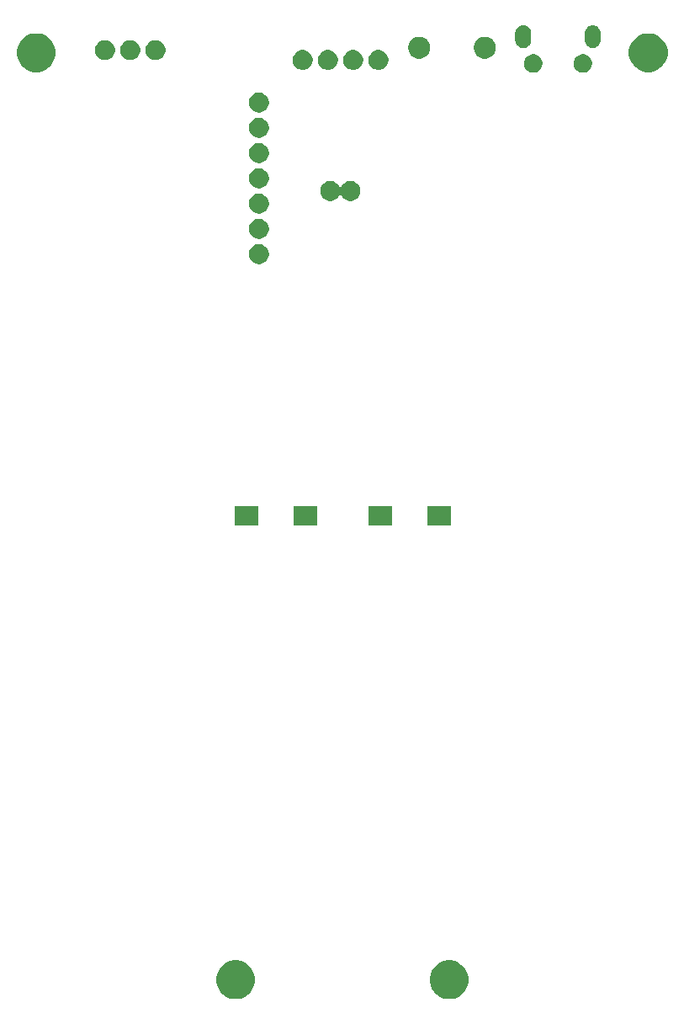
<source format=gbr>
G04 #@! TF.GenerationSoftware,KiCad,Pcbnew,5.0.2+dfsg1-1~bpo9+1*
G04 #@! TF.CreationDate,2019-01-08T10:19:29+00:00*
G04 #@! TF.ProjectId,zeroboy_new_back,7a65726f-626f-4795-9f6e-65775f626163,rev?*
G04 #@! TF.SameCoordinates,Original*
G04 #@! TF.FileFunction,Soldermask,Bot*
G04 #@! TF.FilePolarity,Negative*
%FSLAX46Y46*%
G04 Gerber Fmt 4.6, Leading zero omitted, Abs format (unit mm)*
G04 Created by KiCad (PCBNEW 5.0.2+dfsg1-1~bpo9+1) date Tue 08 Jan 2019 10:19:29 GMT*
%MOMM*%
%LPD*%
G01*
G04 APERTURE LIST*
%ADD10C,0.100000*%
G04 APERTURE END LIST*
D10*
G36*
X158201193Y-137748737D02*
X158556070Y-137895732D01*
X158875455Y-138109138D01*
X159147062Y-138380745D01*
X159360468Y-138700130D01*
X159507463Y-139055007D01*
X159582400Y-139431740D01*
X159582400Y-139815860D01*
X159507463Y-140192593D01*
X159360468Y-140547470D01*
X159147062Y-140866855D01*
X158875455Y-141138462D01*
X158556070Y-141351868D01*
X158201193Y-141498863D01*
X157824460Y-141573800D01*
X157440340Y-141573800D01*
X157063607Y-141498863D01*
X156708730Y-141351868D01*
X156389345Y-141138462D01*
X156117738Y-140866855D01*
X155904332Y-140547470D01*
X155757337Y-140192593D01*
X155682400Y-139815860D01*
X155682400Y-139431740D01*
X155757337Y-139055007D01*
X155904332Y-138700130D01*
X156117738Y-138380745D01*
X156389345Y-138109138D01*
X156708730Y-137895732D01*
X157063607Y-137748737D01*
X157440340Y-137673800D01*
X157824460Y-137673800D01*
X158201193Y-137748737D01*
X158201193Y-137748737D01*
G37*
G36*
X136712793Y-137748737D02*
X137067670Y-137895732D01*
X137387055Y-138109138D01*
X137658662Y-138380745D01*
X137872068Y-138700130D01*
X138019063Y-139055007D01*
X138094000Y-139431740D01*
X138094000Y-139815860D01*
X138019063Y-140192593D01*
X137872068Y-140547470D01*
X137658662Y-140866855D01*
X137387055Y-141138462D01*
X137067670Y-141351868D01*
X136712793Y-141498863D01*
X136336060Y-141573800D01*
X135951940Y-141573800D01*
X135575207Y-141498863D01*
X135220330Y-141351868D01*
X134900945Y-141138462D01*
X134629338Y-140866855D01*
X134415932Y-140547470D01*
X134268937Y-140192593D01*
X134194000Y-139815860D01*
X134194000Y-139431740D01*
X134268937Y-139055007D01*
X134415932Y-138700130D01*
X134629338Y-138380745D01*
X134900945Y-138109138D01*
X135220330Y-137895732D01*
X135575207Y-137748737D01*
X135951940Y-137673800D01*
X136336060Y-137673800D01*
X136712793Y-137748737D01*
X136712793Y-137748737D01*
G37*
G36*
X138423500Y-93914000D02*
X136023500Y-93914000D01*
X136023500Y-92014000D01*
X138423500Y-92014000D01*
X138423500Y-93914000D01*
X138423500Y-93914000D01*
G37*
G36*
X144392500Y-93914000D02*
X141992500Y-93914000D01*
X141992500Y-92014000D01*
X144392500Y-92014000D01*
X144392500Y-93914000D01*
X144392500Y-93914000D01*
G37*
G36*
X151885500Y-93914000D02*
X149485500Y-93914000D01*
X149485500Y-92014000D01*
X151885500Y-92014000D01*
X151885500Y-93914000D01*
X151885500Y-93914000D01*
G37*
G36*
X157854500Y-93914000D02*
X155454500Y-93914000D01*
X155454500Y-92014000D01*
X157854500Y-92014000D01*
X157854500Y-93914000D01*
X157854500Y-93914000D01*
G37*
G36*
X138669270Y-65690372D02*
X138785189Y-65713429D01*
X138967178Y-65788811D01*
X139130963Y-65898249D01*
X139270251Y-66037537D01*
X139379689Y-66201322D01*
X139455071Y-66383311D01*
X139493500Y-66576509D01*
X139493500Y-66773491D01*
X139455071Y-66966689D01*
X139379689Y-67148678D01*
X139270251Y-67312463D01*
X139130963Y-67451751D01*
X138967178Y-67561189D01*
X138785189Y-67636571D01*
X138669270Y-67659628D01*
X138591993Y-67675000D01*
X138395007Y-67675000D01*
X138317730Y-67659628D01*
X138201811Y-67636571D01*
X138019822Y-67561189D01*
X137856037Y-67451751D01*
X137716749Y-67312463D01*
X137607311Y-67148678D01*
X137531929Y-66966689D01*
X137493500Y-66773491D01*
X137493500Y-66576509D01*
X137531929Y-66383311D01*
X137607311Y-66201322D01*
X137716749Y-66037537D01*
X137856037Y-65898249D01*
X138019822Y-65788811D01*
X138201811Y-65713429D01*
X138317730Y-65690372D01*
X138395007Y-65675000D01*
X138591993Y-65675000D01*
X138669270Y-65690372D01*
X138669270Y-65690372D01*
G37*
G36*
X138669270Y-63150372D02*
X138785189Y-63173429D01*
X138967178Y-63248811D01*
X139130963Y-63358249D01*
X139270251Y-63497537D01*
X139379689Y-63661322D01*
X139455071Y-63843311D01*
X139493500Y-64036509D01*
X139493500Y-64233491D01*
X139455071Y-64426689D01*
X139379689Y-64608678D01*
X139270251Y-64772463D01*
X139130963Y-64911751D01*
X138967178Y-65021189D01*
X138785189Y-65096571D01*
X138669270Y-65119628D01*
X138591993Y-65135000D01*
X138395007Y-65135000D01*
X138317730Y-65119628D01*
X138201811Y-65096571D01*
X138019822Y-65021189D01*
X137856037Y-64911751D01*
X137716749Y-64772463D01*
X137607311Y-64608678D01*
X137531929Y-64426689D01*
X137493500Y-64233491D01*
X137493500Y-64036509D01*
X137531929Y-63843311D01*
X137607311Y-63661322D01*
X137716749Y-63497537D01*
X137856037Y-63358249D01*
X138019822Y-63248811D01*
X138201811Y-63173429D01*
X138317730Y-63150372D01*
X138395007Y-63135000D01*
X138591993Y-63135000D01*
X138669270Y-63150372D01*
X138669270Y-63150372D01*
G37*
G36*
X138669270Y-60610372D02*
X138785189Y-60633429D01*
X138967178Y-60708811D01*
X139130963Y-60818249D01*
X139270251Y-60957537D01*
X139379689Y-61121322D01*
X139455071Y-61303311D01*
X139493500Y-61496509D01*
X139493500Y-61693491D01*
X139455071Y-61886689D01*
X139379689Y-62068678D01*
X139270251Y-62232463D01*
X139130963Y-62371751D01*
X138967178Y-62481189D01*
X138785189Y-62556571D01*
X138669270Y-62579628D01*
X138591993Y-62595000D01*
X138395007Y-62595000D01*
X138317730Y-62579628D01*
X138201811Y-62556571D01*
X138019822Y-62481189D01*
X137856037Y-62371751D01*
X137716749Y-62232463D01*
X137607311Y-62068678D01*
X137531929Y-61886689D01*
X137493500Y-61693491D01*
X137493500Y-61496509D01*
X137531929Y-61303311D01*
X137607311Y-61121322D01*
X137716749Y-60957537D01*
X137856037Y-60818249D01*
X138019822Y-60708811D01*
X138201811Y-60633429D01*
X138317730Y-60610372D01*
X138395007Y-60595000D01*
X138591993Y-60595000D01*
X138669270Y-60610372D01*
X138669270Y-60610372D01*
G37*
G36*
X145844770Y-59340372D02*
X145960689Y-59363429D01*
X146142678Y-59438811D01*
X146306463Y-59548249D01*
X146445751Y-59687537D01*
X146555189Y-59851322D01*
X146569518Y-59885916D01*
X146581066Y-59907521D01*
X146596612Y-59926463D01*
X146615554Y-59942009D01*
X146637164Y-59953560D01*
X146660614Y-59960673D01*
X146685000Y-59963075D01*
X146709386Y-59960673D01*
X146732835Y-59953560D01*
X146754446Y-59942009D01*
X146773388Y-59926463D01*
X146788934Y-59907521D01*
X146800482Y-59885916D01*
X146814811Y-59851322D01*
X146924249Y-59687537D01*
X147063537Y-59548249D01*
X147227322Y-59438811D01*
X147409311Y-59363429D01*
X147525230Y-59340372D01*
X147602507Y-59325000D01*
X147799493Y-59325000D01*
X147876770Y-59340372D01*
X147992689Y-59363429D01*
X148174678Y-59438811D01*
X148338463Y-59548249D01*
X148477751Y-59687537D01*
X148587189Y-59851322D01*
X148662571Y-60033311D01*
X148701000Y-60226509D01*
X148701000Y-60423491D01*
X148662571Y-60616689D01*
X148587189Y-60798678D01*
X148477751Y-60962463D01*
X148338463Y-61101751D01*
X148174678Y-61211189D01*
X147992689Y-61286571D01*
X147876770Y-61309628D01*
X147799493Y-61325000D01*
X147602507Y-61325000D01*
X147525230Y-61309628D01*
X147409311Y-61286571D01*
X147227322Y-61211189D01*
X147063537Y-61101751D01*
X146924249Y-60962463D01*
X146814811Y-60798678D01*
X146800482Y-60764084D01*
X146788934Y-60742479D01*
X146773388Y-60723537D01*
X146754446Y-60707991D01*
X146732836Y-60696440D01*
X146709386Y-60689327D01*
X146685000Y-60686925D01*
X146660614Y-60689327D01*
X146637165Y-60696440D01*
X146615554Y-60707991D01*
X146596612Y-60723537D01*
X146581066Y-60742479D01*
X146569518Y-60764084D01*
X146555189Y-60798678D01*
X146445751Y-60962463D01*
X146306463Y-61101751D01*
X146142678Y-61211189D01*
X145960689Y-61286571D01*
X145844770Y-61309628D01*
X145767493Y-61325000D01*
X145570507Y-61325000D01*
X145493230Y-61309628D01*
X145377311Y-61286571D01*
X145195322Y-61211189D01*
X145031537Y-61101751D01*
X144892249Y-60962463D01*
X144782811Y-60798678D01*
X144707429Y-60616689D01*
X144669000Y-60423491D01*
X144669000Y-60226509D01*
X144707429Y-60033311D01*
X144782811Y-59851322D01*
X144892249Y-59687537D01*
X145031537Y-59548249D01*
X145195322Y-59438811D01*
X145377311Y-59363429D01*
X145493230Y-59340372D01*
X145570507Y-59325000D01*
X145767493Y-59325000D01*
X145844770Y-59340372D01*
X145844770Y-59340372D01*
G37*
G36*
X138669270Y-58070372D02*
X138785189Y-58093429D01*
X138967178Y-58168811D01*
X139130963Y-58278249D01*
X139270251Y-58417537D01*
X139379689Y-58581322D01*
X139455071Y-58763311D01*
X139493500Y-58956509D01*
X139493500Y-59153491D01*
X139455071Y-59346689D01*
X139379689Y-59528678D01*
X139270251Y-59692463D01*
X139130963Y-59831751D01*
X138967178Y-59941189D01*
X138785189Y-60016571D01*
X138669270Y-60039628D01*
X138591993Y-60055000D01*
X138395007Y-60055000D01*
X138317730Y-60039628D01*
X138201811Y-60016571D01*
X138019822Y-59941189D01*
X137856037Y-59831751D01*
X137716749Y-59692463D01*
X137607311Y-59528678D01*
X137531929Y-59346689D01*
X137493500Y-59153491D01*
X137493500Y-58956509D01*
X137531929Y-58763311D01*
X137607311Y-58581322D01*
X137716749Y-58417537D01*
X137856037Y-58278249D01*
X138019822Y-58168811D01*
X138201811Y-58093429D01*
X138317730Y-58070372D01*
X138395007Y-58055000D01*
X138591993Y-58055000D01*
X138669270Y-58070372D01*
X138669270Y-58070372D01*
G37*
G36*
X138669270Y-55530372D02*
X138785189Y-55553429D01*
X138967178Y-55628811D01*
X139130963Y-55738249D01*
X139270251Y-55877537D01*
X139379689Y-56041322D01*
X139455071Y-56223311D01*
X139493500Y-56416509D01*
X139493500Y-56613491D01*
X139455071Y-56806689D01*
X139379689Y-56988678D01*
X139270251Y-57152463D01*
X139130963Y-57291751D01*
X138967178Y-57401189D01*
X138785189Y-57476571D01*
X138669270Y-57499628D01*
X138591993Y-57515000D01*
X138395007Y-57515000D01*
X138317730Y-57499628D01*
X138201811Y-57476571D01*
X138019822Y-57401189D01*
X137856037Y-57291751D01*
X137716749Y-57152463D01*
X137607311Y-56988678D01*
X137531929Y-56806689D01*
X137493500Y-56613491D01*
X137493500Y-56416509D01*
X137531929Y-56223311D01*
X137607311Y-56041322D01*
X137716749Y-55877537D01*
X137856037Y-55738249D01*
X138019822Y-55628811D01*
X138201811Y-55553429D01*
X138317730Y-55530372D01*
X138395007Y-55515000D01*
X138591993Y-55515000D01*
X138669270Y-55530372D01*
X138669270Y-55530372D01*
G37*
G36*
X138669270Y-52990372D02*
X138785189Y-53013429D01*
X138967178Y-53088811D01*
X139130963Y-53198249D01*
X139270251Y-53337537D01*
X139379689Y-53501322D01*
X139455071Y-53683311D01*
X139493500Y-53876509D01*
X139493500Y-54073491D01*
X139455071Y-54266689D01*
X139379689Y-54448678D01*
X139270251Y-54612463D01*
X139130963Y-54751751D01*
X138967178Y-54861189D01*
X138785189Y-54936571D01*
X138669270Y-54959628D01*
X138591993Y-54975000D01*
X138395007Y-54975000D01*
X138317730Y-54959628D01*
X138201811Y-54936571D01*
X138019822Y-54861189D01*
X137856037Y-54751751D01*
X137716749Y-54612463D01*
X137607311Y-54448678D01*
X137531929Y-54266689D01*
X137493500Y-54073491D01*
X137493500Y-53876509D01*
X137531929Y-53683311D01*
X137607311Y-53501322D01*
X137716749Y-53337537D01*
X137856037Y-53198249D01*
X138019822Y-53088811D01*
X138201811Y-53013429D01*
X138317730Y-52990372D01*
X138395007Y-52975000D01*
X138591993Y-52975000D01*
X138669270Y-52990372D01*
X138669270Y-52990372D01*
G37*
G36*
X138669270Y-50450372D02*
X138785189Y-50473429D01*
X138967178Y-50548811D01*
X139130963Y-50658249D01*
X139270251Y-50797537D01*
X139379689Y-50961322D01*
X139455071Y-51143311D01*
X139493500Y-51336509D01*
X139493500Y-51533491D01*
X139455071Y-51726689D01*
X139379689Y-51908678D01*
X139270251Y-52072463D01*
X139130963Y-52211751D01*
X138967178Y-52321189D01*
X138785189Y-52396571D01*
X138669270Y-52419628D01*
X138591993Y-52435000D01*
X138395007Y-52435000D01*
X138317730Y-52419628D01*
X138201811Y-52396571D01*
X138019822Y-52321189D01*
X137856037Y-52211751D01*
X137716749Y-52072463D01*
X137607311Y-51908678D01*
X137531929Y-51726689D01*
X137493500Y-51533491D01*
X137493500Y-51336509D01*
X137531929Y-51143311D01*
X137607311Y-50961322D01*
X137716749Y-50797537D01*
X137856037Y-50658249D01*
X138019822Y-50548811D01*
X138201811Y-50473429D01*
X138317730Y-50450372D01*
X138395007Y-50435000D01*
X138591993Y-50435000D01*
X138669270Y-50450372D01*
X138669270Y-50450372D01*
G37*
G36*
X166362311Y-46610546D02*
X166365128Y-46611713D01*
X166530652Y-46680275D01*
X166530653Y-46680276D01*
X166682156Y-46781507D01*
X166810993Y-46910344D01*
X166810995Y-46910347D01*
X166912225Y-47061848D01*
X166938827Y-47126071D01*
X166981954Y-47230189D01*
X167017500Y-47408894D01*
X167017500Y-47591106D01*
X166981954Y-47769811D01*
X166981953Y-47769813D01*
X166912225Y-47938152D01*
X166912224Y-47938153D01*
X166810993Y-48089656D01*
X166682156Y-48218493D01*
X166682153Y-48218495D01*
X166530652Y-48319725D01*
X166412898Y-48368500D01*
X166362311Y-48389454D01*
X166183606Y-48425000D01*
X166001394Y-48425000D01*
X165822689Y-48389454D01*
X165772102Y-48368500D01*
X165654348Y-48319725D01*
X165502847Y-48218495D01*
X165502844Y-48218493D01*
X165374007Y-48089656D01*
X165272776Y-47938153D01*
X165272775Y-47938152D01*
X165203047Y-47769813D01*
X165203046Y-47769811D01*
X165167500Y-47591106D01*
X165167500Y-47408894D01*
X165203046Y-47230189D01*
X165246173Y-47126071D01*
X165272775Y-47061848D01*
X165374005Y-46910347D01*
X165374007Y-46910344D01*
X165502844Y-46781507D01*
X165654347Y-46680276D01*
X165654348Y-46680275D01*
X165819872Y-46611713D01*
X165822689Y-46610546D01*
X166001394Y-46575000D01*
X166183606Y-46575000D01*
X166362311Y-46610546D01*
X166362311Y-46610546D01*
G37*
G36*
X171362311Y-46610546D02*
X171365128Y-46611713D01*
X171530652Y-46680275D01*
X171530653Y-46680276D01*
X171682156Y-46781507D01*
X171810993Y-46910344D01*
X171810995Y-46910347D01*
X171912225Y-47061848D01*
X171938827Y-47126071D01*
X171981954Y-47230189D01*
X172017500Y-47408894D01*
X172017500Y-47591106D01*
X171981954Y-47769811D01*
X171981953Y-47769813D01*
X171912225Y-47938152D01*
X171912224Y-47938153D01*
X171810993Y-48089656D01*
X171682156Y-48218493D01*
X171682153Y-48218495D01*
X171530652Y-48319725D01*
X171412898Y-48368500D01*
X171362311Y-48389454D01*
X171183606Y-48425000D01*
X171001394Y-48425000D01*
X170822689Y-48389454D01*
X170772102Y-48368500D01*
X170654348Y-48319725D01*
X170502847Y-48218495D01*
X170502844Y-48218493D01*
X170374007Y-48089656D01*
X170272776Y-47938153D01*
X170272775Y-47938152D01*
X170203047Y-47769813D01*
X170203046Y-47769811D01*
X170167500Y-47591106D01*
X170167500Y-47408894D01*
X170203046Y-47230189D01*
X170246173Y-47126071D01*
X170272775Y-47061848D01*
X170374005Y-46910347D01*
X170374007Y-46910344D01*
X170502844Y-46781507D01*
X170654347Y-46680276D01*
X170654348Y-46680275D01*
X170819872Y-46611713D01*
X170822689Y-46610546D01*
X171001394Y-46575000D01*
X171183606Y-46575000D01*
X171362311Y-46610546D01*
X171362311Y-46610546D01*
G37*
G36*
X178241793Y-44543437D02*
X178596670Y-44690432D01*
X178916055Y-44903838D01*
X179187662Y-45175445D01*
X179401068Y-45494830D01*
X179548063Y-45849707D01*
X179623000Y-46226440D01*
X179623000Y-46610560D01*
X179548063Y-46987293D01*
X179401068Y-47342170D01*
X179187662Y-47661555D01*
X178916055Y-47933162D01*
X178596670Y-48146568D01*
X178241793Y-48293563D01*
X177865060Y-48368500D01*
X177480940Y-48368500D01*
X177104207Y-48293563D01*
X176749330Y-48146568D01*
X176429945Y-47933162D01*
X176158338Y-47661555D01*
X175944932Y-47342170D01*
X175797937Y-46987293D01*
X175723000Y-46610560D01*
X175723000Y-46226440D01*
X175797937Y-45849707D01*
X175944932Y-45494830D01*
X176158338Y-45175445D01*
X176429945Y-44903838D01*
X176749330Y-44690432D01*
X177104207Y-44543437D01*
X177480940Y-44468500D01*
X177865060Y-44468500D01*
X178241793Y-44543437D01*
X178241793Y-44543437D01*
G37*
G36*
X116646793Y-44543437D02*
X117001670Y-44690432D01*
X117321055Y-44903838D01*
X117592662Y-45175445D01*
X117806068Y-45494830D01*
X117953063Y-45849707D01*
X118028000Y-46226440D01*
X118028000Y-46610560D01*
X117953063Y-46987293D01*
X117806068Y-47342170D01*
X117592662Y-47661555D01*
X117321055Y-47933162D01*
X117001670Y-48146568D01*
X116646793Y-48293563D01*
X116270060Y-48368500D01*
X115885940Y-48368500D01*
X115509207Y-48293563D01*
X115154330Y-48146568D01*
X114834945Y-47933162D01*
X114563338Y-47661555D01*
X114349932Y-47342170D01*
X114202937Y-46987293D01*
X114128000Y-46610560D01*
X114128000Y-46226440D01*
X114202937Y-45849707D01*
X114349932Y-45494830D01*
X114563338Y-45175445D01*
X114834945Y-44903838D01*
X115154330Y-44690432D01*
X115509207Y-44543437D01*
X115885940Y-44468500D01*
X116270060Y-44468500D01*
X116646793Y-44543437D01*
X116646793Y-44543437D01*
G37*
G36*
X148156170Y-46157772D02*
X148272089Y-46180829D01*
X148454078Y-46256211D01*
X148617863Y-46365649D01*
X148757151Y-46504937D01*
X148866589Y-46668722D01*
X148941971Y-46850711D01*
X148980400Y-47043909D01*
X148980400Y-47240891D01*
X148941971Y-47434089D01*
X148866589Y-47616078D01*
X148757151Y-47779863D01*
X148617863Y-47919151D01*
X148454078Y-48028589D01*
X148272089Y-48103971D01*
X148156170Y-48127028D01*
X148078893Y-48142400D01*
X147881907Y-48142400D01*
X147804630Y-48127028D01*
X147688711Y-48103971D01*
X147506722Y-48028589D01*
X147342937Y-47919151D01*
X147203649Y-47779863D01*
X147094211Y-47616078D01*
X147018829Y-47434089D01*
X146980400Y-47240891D01*
X146980400Y-47043909D01*
X147018829Y-46850711D01*
X147094211Y-46668722D01*
X147203649Y-46504937D01*
X147342937Y-46365649D01*
X147506722Y-46256211D01*
X147688711Y-46180829D01*
X147804630Y-46157772D01*
X147881907Y-46142400D01*
X148078893Y-46142400D01*
X148156170Y-46157772D01*
X148156170Y-46157772D01*
G37*
G36*
X150696170Y-46157772D02*
X150812089Y-46180829D01*
X150994078Y-46256211D01*
X151157863Y-46365649D01*
X151297151Y-46504937D01*
X151406589Y-46668722D01*
X151481971Y-46850711D01*
X151520400Y-47043909D01*
X151520400Y-47240891D01*
X151481971Y-47434089D01*
X151406589Y-47616078D01*
X151297151Y-47779863D01*
X151157863Y-47919151D01*
X150994078Y-48028589D01*
X150812089Y-48103971D01*
X150696170Y-48127028D01*
X150618893Y-48142400D01*
X150421907Y-48142400D01*
X150344630Y-48127028D01*
X150228711Y-48103971D01*
X150046722Y-48028589D01*
X149882937Y-47919151D01*
X149743649Y-47779863D01*
X149634211Y-47616078D01*
X149558829Y-47434089D01*
X149520400Y-47240891D01*
X149520400Y-47043909D01*
X149558829Y-46850711D01*
X149634211Y-46668722D01*
X149743649Y-46504937D01*
X149882937Y-46365649D01*
X150046722Y-46256211D01*
X150228711Y-46180829D01*
X150344630Y-46157772D01*
X150421907Y-46142400D01*
X150618893Y-46142400D01*
X150696170Y-46157772D01*
X150696170Y-46157772D01*
G37*
G36*
X145616170Y-46157772D02*
X145732089Y-46180829D01*
X145914078Y-46256211D01*
X146077863Y-46365649D01*
X146217151Y-46504937D01*
X146326589Y-46668722D01*
X146401971Y-46850711D01*
X146440400Y-47043909D01*
X146440400Y-47240891D01*
X146401971Y-47434089D01*
X146326589Y-47616078D01*
X146217151Y-47779863D01*
X146077863Y-47919151D01*
X145914078Y-48028589D01*
X145732089Y-48103971D01*
X145616170Y-48127028D01*
X145538893Y-48142400D01*
X145341907Y-48142400D01*
X145264630Y-48127028D01*
X145148711Y-48103971D01*
X144966722Y-48028589D01*
X144802937Y-47919151D01*
X144663649Y-47779863D01*
X144554211Y-47616078D01*
X144478829Y-47434089D01*
X144440400Y-47240891D01*
X144440400Y-47043909D01*
X144478829Y-46850711D01*
X144554211Y-46668722D01*
X144663649Y-46504937D01*
X144802937Y-46365649D01*
X144966722Y-46256211D01*
X145148711Y-46180829D01*
X145264630Y-46157772D01*
X145341907Y-46142400D01*
X145538893Y-46142400D01*
X145616170Y-46157772D01*
X145616170Y-46157772D01*
G37*
G36*
X143076170Y-46157772D02*
X143192089Y-46180829D01*
X143374078Y-46256211D01*
X143537863Y-46365649D01*
X143677151Y-46504937D01*
X143786589Y-46668722D01*
X143861971Y-46850711D01*
X143900400Y-47043909D01*
X143900400Y-47240891D01*
X143861971Y-47434089D01*
X143786589Y-47616078D01*
X143677151Y-47779863D01*
X143537863Y-47919151D01*
X143374078Y-48028589D01*
X143192089Y-48103971D01*
X143076170Y-48127028D01*
X142998893Y-48142400D01*
X142801907Y-48142400D01*
X142724630Y-48127028D01*
X142608711Y-48103971D01*
X142426722Y-48028589D01*
X142262937Y-47919151D01*
X142123649Y-47779863D01*
X142014211Y-47616078D01*
X141938829Y-47434089D01*
X141900400Y-47240891D01*
X141900400Y-47043909D01*
X141938829Y-46850711D01*
X142014211Y-46668722D01*
X142123649Y-46504937D01*
X142262937Y-46365649D01*
X142426722Y-46256211D01*
X142608711Y-46180829D01*
X142724630Y-46157772D01*
X142801907Y-46142400D01*
X142998893Y-46142400D01*
X143076170Y-46157772D01*
X143076170Y-46157772D01*
G37*
G36*
X123175270Y-45179872D02*
X123291189Y-45202929D01*
X123473178Y-45278311D01*
X123636963Y-45387749D01*
X123776251Y-45527037D01*
X123885689Y-45690822D01*
X123961071Y-45872811D01*
X123999500Y-46066009D01*
X123999500Y-46262991D01*
X123961071Y-46456189D01*
X123885689Y-46638178D01*
X123776251Y-46801963D01*
X123636963Y-46941251D01*
X123473178Y-47050689D01*
X123291189Y-47126071D01*
X123175270Y-47149128D01*
X123097993Y-47164500D01*
X122901007Y-47164500D01*
X122823730Y-47149128D01*
X122707811Y-47126071D01*
X122525822Y-47050689D01*
X122362037Y-46941251D01*
X122222749Y-46801963D01*
X122113311Y-46638178D01*
X122037929Y-46456189D01*
X121999500Y-46262991D01*
X121999500Y-46066009D01*
X122037929Y-45872811D01*
X122113311Y-45690822D01*
X122222749Y-45527037D01*
X122362037Y-45387749D01*
X122525822Y-45278311D01*
X122707811Y-45202929D01*
X122823730Y-45179872D01*
X122901007Y-45164500D01*
X123097993Y-45164500D01*
X123175270Y-45179872D01*
X123175270Y-45179872D01*
G37*
G36*
X125715270Y-45179872D02*
X125831189Y-45202929D01*
X126013178Y-45278311D01*
X126176963Y-45387749D01*
X126316251Y-45527037D01*
X126425689Y-45690822D01*
X126501071Y-45872811D01*
X126539500Y-46066009D01*
X126539500Y-46262991D01*
X126501071Y-46456189D01*
X126425689Y-46638178D01*
X126316251Y-46801963D01*
X126176963Y-46941251D01*
X126013178Y-47050689D01*
X125831189Y-47126071D01*
X125715270Y-47149128D01*
X125637993Y-47164500D01*
X125441007Y-47164500D01*
X125363730Y-47149128D01*
X125247811Y-47126071D01*
X125065822Y-47050689D01*
X124902037Y-46941251D01*
X124762749Y-46801963D01*
X124653311Y-46638178D01*
X124577929Y-46456189D01*
X124539500Y-46262991D01*
X124539500Y-46066009D01*
X124577929Y-45872811D01*
X124653311Y-45690822D01*
X124762749Y-45527037D01*
X124902037Y-45387749D01*
X125065822Y-45278311D01*
X125247811Y-45202929D01*
X125363730Y-45179872D01*
X125441007Y-45164500D01*
X125637993Y-45164500D01*
X125715270Y-45179872D01*
X125715270Y-45179872D01*
G37*
G36*
X128255270Y-45179872D02*
X128371189Y-45202929D01*
X128553178Y-45278311D01*
X128716963Y-45387749D01*
X128856251Y-45527037D01*
X128965689Y-45690822D01*
X129041071Y-45872811D01*
X129079500Y-46066009D01*
X129079500Y-46262991D01*
X129041071Y-46456189D01*
X128965689Y-46638178D01*
X128856251Y-46801963D01*
X128716963Y-46941251D01*
X128553178Y-47050689D01*
X128371189Y-47126071D01*
X128255270Y-47149128D01*
X128177993Y-47164500D01*
X127981007Y-47164500D01*
X127903730Y-47149128D01*
X127787811Y-47126071D01*
X127605822Y-47050689D01*
X127442037Y-46941251D01*
X127302749Y-46801963D01*
X127193311Y-46638178D01*
X127117929Y-46456189D01*
X127079500Y-46262991D01*
X127079500Y-46066009D01*
X127117929Y-45872811D01*
X127193311Y-45690822D01*
X127302749Y-45527037D01*
X127442037Y-45387749D01*
X127605822Y-45278311D01*
X127787811Y-45202929D01*
X127903730Y-45179872D01*
X127981007Y-45164500D01*
X128177993Y-45164500D01*
X128255270Y-45179872D01*
X128255270Y-45179872D01*
G37*
G36*
X154943357Y-44852772D02*
X155143542Y-44935691D01*
X155323713Y-45056078D01*
X155476922Y-45209287D01*
X155476924Y-45209290D01*
X155476925Y-45209291D01*
X155542098Y-45306829D01*
X155597309Y-45389458D01*
X155680228Y-45589643D01*
X155722500Y-45802158D01*
X155722500Y-46018842D01*
X155680228Y-46231357D01*
X155597309Y-46431542D01*
X155597307Y-46431545D01*
X155477693Y-46610560D01*
X155476922Y-46611713D01*
X155323713Y-46764922D01*
X155323710Y-46764924D01*
X155323709Y-46764925D01*
X155268273Y-46801966D01*
X155143542Y-46885309D01*
X154943357Y-46968228D01*
X154730842Y-47010500D01*
X154514158Y-47010500D01*
X154301643Y-46968228D01*
X154101458Y-46885309D01*
X153976727Y-46801966D01*
X153921291Y-46764925D01*
X153921290Y-46764924D01*
X153921287Y-46764922D01*
X153768078Y-46611713D01*
X153767308Y-46610560D01*
X153647693Y-46431545D01*
X153647691Y-46431542D01*
X153564772Y-46231357D01*
X153522500Y-46018842D01*
X153522500Y-45802158D01*
X153564772Y-45589643D01*
X153647691Y-45389458D01*
X153702902Y-45306829D01*
X153768075Y-45209291D01*
X153768076Y-45209290D01*
X153768078Y-45209287D01*
X153921287Y-45056078D01*
X154101458Y-44935691D01*
X154301643Y-44852772D01*
X154514158Y-44810500D01*
X154730842Y-44810500D01*
X154943357Y-44852772D01*
X154943357Y-44852772D01*
G37*
G36*
X161547357Y-44852772D02*
X161747542Y-44935691D01*
X161927713Y-45056078D01*
X162080922Y-45209287D01*
X162080924Y-45209290D01*
X162080925Y-45209291D01*
X162146098Y-45306829D01*
X162201309Y-45389458D01*
X162284228Y-45589643D01*
X162326500Y-45802158D01*
X162326500Y-46018842D01*
X162284228Y-46231357D01*
X162201309Y-46431542D01*
X162201307Y-46431545D01*
X162081693Y-46610560D01*
X162080922Y-46611713D01*
X161927713Y-46764922D01*
X161927710Y-46764924D01*
X161927709Y-46764925D01*
X161872273Y-46801966D01*
X161747542Y-46885309D01*
X161547357Y-46968228D01*
X161334842Y-47010500D01*
X161118158Y-47010500D01*
X160905643Y-46968228D01*
X160705458Y-46885309D01*
X160580727Y-46801966D01*
X160525291Y-46764925D01*
X160525290Y-46764924D01*
X160525287Y-46764922D01*
X160372078Y-46611713D01*
X160371308Y-46610560D01*
X160251693Y-46431545D01*
X160251691Y-46431542D01*
X160168772Y-46231357D01*
X160126500Y-46018842D01*
X160126500Y-45802158D01*
X160168772Y-45589643D01*
X160251691Y-45389458D01*
X160306902Y-45306829D01*
X160372075Y-45209291D01*
X160372076Y-45209290D01*
X160372078Y-45209287D01*
X160525287Y-45056078D01*
X160705458Y-44935691D01*
X160905643Y-44852772D01*
X161118158Y-44810500D01*
X161334842Y-44810500D01*
X161547357Y-44852772D01*
X161547357Y-44852772D01*
G37*
G36*
X172249326Y-43661576D02*
X172324726Y-43684448D01*
X172400128Y-43707321D01*
X172539104Y-43781606D01*
X172539106Y-43781607D01*
X172539105Y-43781607D01*
X172660922Y-43881578D01*
X172660923Y-43881580D01*
X172660925Y-43881581D01*
X172760892Y-44003392D01*
X172835179Y-44142371D01*
X172880924Y-44293174D01*
X172892500Y-44410705D01*
X172892500Y-45189295D01*
X172880924Y-45306826D01*
X172835179Y-45457629D01*
X172760892Y-45596608D01*
X172660922Y-45718422D01*
X172539108Y-45818392D01*
X172400129Y-45892679D01*
X172324728Y-45915551D01*
X172249327Y-45938424D01*
X172092500Y-45953870D01*
X171935674Y-45938424D01*
X171860273Y-45915551D01*
X171784872Y-45892679D01*
X171645893Y-45818392D01*
X171524079Y-45718422D01*
X171424109Y-45596608D01*
X171349821Y-45457626D01*
X171304076Y-45306829D01*
X171292500Y-45189295D01*
X171292500Y-44410706D01*
X171304076Y-44293175D01*
X171304077Y-44293173D01*
X171326948Y-44217774D01*
X171349821Y-44142372D01*
X171424106Y-44003396D01*
X171524076Y-43881581D01*
X171524078Y-43881578D01*
X171524080Y-43881577D01*
X171524081Y-43881575D01*
X171645892Y-43781608D01*
X171784871Y-43707321D01*
X171860273Y-43684448D01*
X171935673Y-43661576D01*
X172092500Y-43646130D01*
X172249326Y-43661576D01*
X172249326Y-43661576D01*
G37*
G36*
X165249327Y-43661576D02*
X165324727Y-43684448D01*
X165400129Y-43707321D01*
X165539108Y-43781608D01*
X165660922Y-43881578D01*
X165760892Y-44003392D01*
X165835179Y-44142371D01*
X165880924Y-44293174D01*
X165892500Y-44410705D01*
X165892500Y-45189295D01*
X165880924Y-45306826D01*
X165835179Y-45457629D01*
X165760892Y-45596608D01*
X165660925Y-45718419D01*
X165660923Y-45718420D01*
X165660922Y-45718422D01*
X165660918Y-45718425D01*
X165539104Y-45818394D01*
X165400128Y-45892679D01*
X165324727Y-45915551D01*
X165249326Y-45938424D01*
X165092500Y-45953870D01*
X164935673Y-45938424D01*
X164860272Y-45915551D01*
X164784871Y-45892679D01*
X164645892Y-45818392D01*
X164524081Y-45718425D01*
X164524080Y-45718423D01*
X164524078Y-45718422D01*
X164424107Y-45596605D01*
X164424106Y-45596604D01*
X164349821Y-45457628D01*
X164304077Y-45306829D01*
X164304076Y-45306826D01*
X164292500Y-45189292D01*
X164292500Y-44410707D01*
X164304076Y-44293173D01*
X164304076Y-44293171D01*
X164349821Y-44142374D01*
X164424109Y-44003392D01*
X164524079Y-43881578D01*
X164645893Y-43781608D01*
X164784872Y-43707321D01*
X164860274Y-43684448D01*
X164935674Y-43661576D01*
X165092500Y-43646130D01*
X165249327Y-43661576D01*
X165249327Y-43661576D01*
G37*
M02*

</source>
